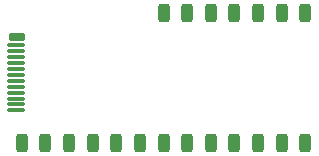
<source format=gbr>
%TF.GenerationSoftware,KiCad,Pcbnew,(6.0.4)*%
%TF.CreationDate,2022-11-15T14:04:27+01:00*%
%TF.ProjectId,tk1,746b312e-6b69-4636-9164-5f7063625858,rev?*%
%TF.SameCoordinates,Original*%
%TF.FileFunction,Soldermask,Bot*%
%TF.FilePolarity,Negative*%
%FSLAX46Y46*%
G04 Gerber Fmt 4.6, Leading zero omitted, Abs format (unit mm)*
G04 Created by KiCad (PCBNEW (6.0.4)) date 2022-11-15 14:04:27*
%MOMM*%
%LPD*%
G01*
G04 APERTURE LIST*
G04 Aperture macros list*
%AMRoundRect*
0 Rectangle with rounded corners*
0 $1 Rounding radius*
0 $2 $3 $4 $5 $6 $7 $8 $9 X,Y pos of 4 corners*
0 Add a 4 corners polygon primitive as box body*
4,1,4,$2,$3,$4,$5,$6,$7,$8,$9,$2,$3,0*
0 Add four circle primitives for the rounded corners*
1,1,$1+$1,$2,$3*
1,1,$1+$1,$4,$5*
1,1,$1+$1,$6,$7*
1,1,$1+$1,$8,$9*
0 Add four rect primitives between the rounded corners*
20,1,$1+$1,$2,$3,$4,$5,0*
20,1,$1+$1,$4,$5,$6,$7,0*
20,1,$1+$1,$6,$7,$8,$9,0*
20,1,$1+$1,$8,$9,$2,$3,0*%
G04 Aperture macros list end*
%ADD10RoundRect,0.075000X-0.675000X-0.075000X0.675000X-0.075000X0.675000X0.075000X-0.675000X0.075000X0*%
%ADD11RoundRect,0.175000X-0.525000X-0.175000X0.525000X-0.175000X0.525000X0.175000X-0.525000X0.175000X0*%
%ADD12RoundRect,0.250000X-0.250000X-0.550000X0.250000X-0.550000X0.250000X0.550000X-0.250000X0.550000X0*%
%ADD13RoundRect,0.250000X0.250000X0.550000X-0.250000X0.550000X-0.250000X-0.550000X0.250000X-0.550000X0*%
G04 APERTURE END LIST*
D10*
%TO.C,P1*%
X101050000Y-91250000D03*
X101050000Y-91750000D03*
X101050000Y-92250000D03*
X101050000Y-92750000D03*
X101050000Y-93250000D03*
X101050000Y-93750000D03*
X101050000Y-94250000D03*
X101050000Y-94750000D03*
X101050000Y-95250000D03*
X101050000Y-95750000D03*
X101050000Y-96250000D03*
X101050000Y-96750000D03*
D11*
X101100000Y-90500000D03*
%TD*%
D12*
%TO.C,TP1*%
X103500000Y-99500000D03*
%TD*%
%TO.C,TP3*%
X107500000Y-99500000D03*
%TD*%
%TO.C,TP4*%
X109500000Y-99500000D03*
%TD*%
D13*
%TO.C,TP2*%
X105500000Y-99500000D03*
%TD*%
%TO.C,TP7*%
X113500000Y-99500000D03*
%TD*%
%TO.C,TP9*%
X117500000Y-99500000D03*
%TD*%
%TO.C,TP5*%
X125500000Y-88500000D03*
%TD*%
D12*
%TO.C,TP18*%
X119500000Y-99500000D03*
%TD*%
%TO.C,TP19*%
X121500000Y-99500000D03*
%TD*%
%TO.C,TP14*%
X115500000Y-88500000D03*
%TD*%
D13*
%TO.C,TP28*%
X101500000Y-99500000D03*
%TD*%
%TO.C,TP8*%
X115500000Y-99500000D03*
%TD*%
D12*
%TO.C,TP17*%
X123500000Y-88500000D03*
%TD*%
%TO.C,TP15*%
X119500000Y-88500000D03*
%TD*%
%TO.C,TP20*%
X123500000Y-99500000D03*
%TD*%
D13*
%TO.C,TP6*%
X111500000Y-99500000D03*
%TD*%
D12*
%TO.C,TP13*%
X117500000Y-88500000D03*
%TD*%
%TO.C,TP12*%
X113500000Y-88500000D03*
%TD*%
%TO.C,TP21*%
X125500000Y-99500000D03*
%TD*%
%TO.C,TP16*%
X121500000Y-88500000D03*
%TD*%
M02*

</source>
